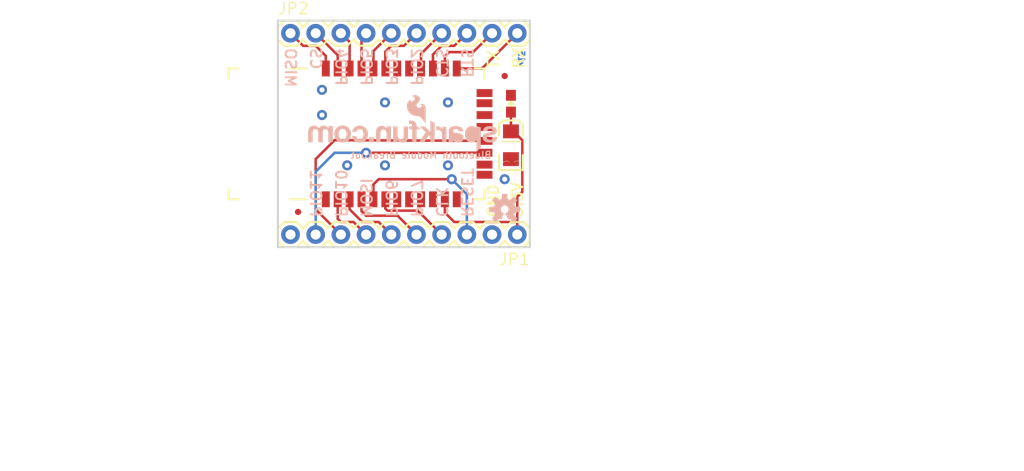
<source format=kicad_pcb>
(kicad_pcb (version 20211014) (generator pcbnew)
  (layers (0 "F.Cu" signal) (31 "B.Cu" signal) (34 "B.Paste" user) (35 "F.Paste" user) (36 "B.SilkS" user "B.Silkscreen") (37 "F.SilkS" user "F.Silkscreen") (38 "B.Mask" user) (39 "F.Mask" user) (44 "Edge.Cuts" user))
  (net 0 "")
  (net 1 "GND")
  (net 2 "RESET")
  (net 3 "UARTRX")
  (net 4 "UARTTX")
  (net 5 "UARTRTS")
  (net 6 "UARTCTS")
  (net 7 "SPICLK")
  (net 8 "SPICSB")
  (net 9 "SPIMISO")
  (net 10 "SPIMOSI")
  (net 11 "PIO2")
  (net 12 "PIO3")
  (net 13 "PIO4")
  (net 14 "PIO5")
  (net 15 "PIO6")
  (net 16 "PIO7")
  (net 17 "PIO10")
  (net 18 "PIO11")
  (net 19 "VCC")
  (footprint "boardEagle:MICRO-FIDUCIAL" (layer "F.Cu") (at 137.8331 112.8776)
    (fp_text reference "FID2" hide)
    (fp_text value "FIDUCIALUFIDUCIAL" hide)
    (pad "1" smd roundrect (at 0 0) (size 0.635 0.635) (layers "F.Cu" "F.Mask") (roundrect_rratio 0.5))
  )
  (footprint "boardEagle:EIA3216" (layer "F.Cu") (at 159.2961 106.1466 90)
    (fp_text reference "C2" (at -2.27 1.27) (layer "F.SilkS") (effects (font (size 1.240089 1.240089) (thickness 0.029911)) (justify right)))
    (fp_text value "10uF")
    (fp_line (start 2.5 -0.8) (end 2.1 -1.2) (layer "F.SilkS") (width 0.2032))
    (fp_line (start 2.1 -1.2) (end 1 -1.2) (layer "F.SilkS") (width 0.2032))
    (fp_line (start 0.381 -1.016) (end 0.381 1.016) (layer "F.SilkS") (width 0.127))
    (fp_line (start 1 1.2) (end 2.1 1.2) (layer "F.SilkS") (width 0.2032))
    (fp_line (start 2.5 0.8) (end 2.5 -0.8) (layer "F.SilkS") (width 0.2032))
    (fp_line (start -2.5 1.2) (end -2.5 -1.2) (layer "F.SilkS") (width 0.2032))
    (fp_line (start 2.1 1.2) (end 2.5 0.8) (layer "F.SilkS") (width 0.2032))
    (fp_line (start -2.5 -1.2) (end -1 -1.2) (layer "F.SilkS") (width 0.2032))
    (fp_line (start -1 1.2) (end -2.5 1.2) (layer "F.SilkS") (width 0.2032))
    (pad "A" smd rect (at 1.4 0 180) (size 1.6 1.4) (layers "F.Cu" "F.Paste" "F.Mask") (net 19 "VCC"))
    (pad "C" smd rect (at -1.4 0 180) (size 1.6 1.4) (layers "F.Cu" "F.Paste" "F.Mask") (net 1 "GND"))
  )
  (footprint "boardEagle:CREATIVE_COMMONS" (layer "F.Cu") (at 128.107844 138.0236)
    (fp_text reference "FRAME1" hide)
    (fp_text value "FRAME-LETTER" hide)
  )
  (footprint "boardEagle:MICRO-FIDUCIAL" (layer "F.Cu") (at 158.6611 99.1616)
    (fp_text reference "FID1" hide)
    (fp_text value "FIDUCIALUFIDUCIAL" hide)
    (pad "1" smd roundrect (at 0 0) (size 0.635 0.635) (layers "F.Cu" "F.Mask") (roundrect_rratio 0.5))
  )
  (footprint "boardEagle:RN41" (layer "F.Cu") (at 147.2311 105.0036)
    (fp_text reference "U1" hide)
    (fp_text value "BLUETOOTH-RN41\"" hide)
    (fp_line (start -16.4 -6.6) (end -15.4 -6.6) (layer "F.SilkS") (width 0.2032))
    (fp_line (start -8.5 6.6) (end -10.2 6.6) (layer "F.SilkS") (width 0.2032))
    (fp_line (start 9.4 6.6) (end 9.4 5.6) (layer "F.SilkS") (width 0.2032))
    (fp_line (start -16.4 6.6) (end -15.4 6.6) (layer "F.SilkS") (width 0.2032))
    (fp_line (start 9.4 -6.6) (end 8.4 -6.6) (layer "F.SilkS") (width 0.2032))
    (fp_line (start -16.4 6.6) (end -16.4 5.6) (layer "F.SilkS") (width 0.2032))
    (fp_line (start -8.5 -6.6) (end -10.2 -6.6) (layer "F.SilkS") (width 0.2032))
    (fp_line (start 9.4 6.6) (end 8.4 6.6) (layer "F.SilkS") (width 0.2032))
    (fp_line (start -16.4 -6.6) (end -16.4 -5.6) (layer "F.SilkS") (width 0.2032))
    (fp_line (start 9.4 -6.6) (end 9.4 -5.6) (layer "F.SilkS") (width 0.2032))
    (pad "1" smd rect (at -6.6 6.6 180) (size 0.8 1.6) (layers "F.Cu" "F.Paste" "F.Mask") (net 1 "GND"))
    (pad "2" smd rect (at -5.4 6.6 180) (size 0.8 1.6) (layers "F.Cu" "F.Paste" "F.Mask") (net 10 "SPIMOSI"))
    (pad "3" smd rect (at -4.2 6.6 180) (size 0.8 1.6) (layers "F.Cu" "F.Paste" "F.Mask") (net 15 "PIO6"))
    (pad "4" smd rect (at -3 6.6 180) (size 0.8 1.6) (layers "F.Cu" "F.Paste" "F.Mask") (net 16 "PIO7"))
    (pad "5" smd rect (at -1.8 6.6 180) (size 0.8 1.6) (layers "F.Cu" "F.Paste" "F.Mask") (net 2 "RESET"))
    (pad "6" smd rect (at -0.6 6.6 180) (size 0.8 1.6) (layers "F.Cu" "F.Paste" "F.Mask") (net 7 "SPICLK"))
    (pad "7" smd rect (at 0.6 6.6 180) (size 0.8 1.6) (layers "F.Cu" "F.Paste" "F.Mask"))
    (pad "8" smd rect (at 1.8 6.6 180) (size 0.8 1.6) (layers "F.Cu" "F.Paste" "F.Mask"))
    (pad "9" smd rect (at 3 6.6 180) (size 0.8 1.6) (layers "F.Cu" "F.Paste" "F.Mask"))
    (pad "10" smd rect (at 4.2 6.6 180) (size 0.8 1.6) (layers "F.Cu" "F.Paste" "F.Mask"))
    (pad "11" smd rect (at 5.4 6.6 180) (size 0.8 1.6) (layers "F.Cu" "F.Paste" "F.Mask") (net 19 "VCC"))
    (pad "12" smd rect (at 6.6 6.6 180) (size 0.8 1.6) (layers "F.Cu" "F.Paste" "F.Mask") (net 1 "GND"))
    (pad "13" smd rect (at 6.6 -6.6) (size 0.8 1.6) (layers "F.Cu" "F.Paste" "F.Mask") (net 3 "UARTRX"))
    (pad "14" smd rect (at 5.4 -6.6) (size 0.8 1.6) (layers "F.Cu" "F.Paste" "F.Mask") (net 4 "UARTTX"))
    (pad "15" smd rect (at 4.2 -6.6) (size 0.8 1.6) (layers "F.Cu" "F.Paste" "F.Mask") (net 5 "UARTRTS"))
    (pad "16" smd rect (at 3 -6.6) (size 0.8 1.6) (layers "F.Cu" "F.Paste" "F.Mask") (net 6 "UARTCTS"))
    (pad "17" smd rect (at 1.8 -6.6) (size 0.8 1.6) (layers "F.Cu" "F.Paste" "F.Mask"))
    (pad "18" smd rect (at 0.6 -6.6) (size 0.8 1.6) (layers "F.Cu" "F.Paste" "F.Mask"))
    (pad "19" smd rect (at -0.6 -6.6) (size 0.8 1.6) (layers "F.Cu" "F.Paste" "F.Mask") (net 11 "PIO2"))
    (pad "20" smd rect (at -1.8 -6.6) (size 0.8 1.6) (layers "F.Cu" "F.Paste" "F.Mask") (net 12 "PIO3"))
    (pad "21" smd rect (at -3 -6.6) (size 0.8 1.6) (layers "F.Cu" "F.Paste" "F.Mask") (net 14 "PIO5"))
    (pad "22" smd rect (at -4.2 -6.6) (size 0.8 1.6) (layers "F.Cu" "F.Paste" "F.Mask") (net 13 "PIO4"))
    (pad "23" smd rect (at -5.4 -6.6) (size 0.8 1.6) (layers "F.Cu" "F.Paste" "F.Mask") (net 8 "SPICSB"))
    (pad "24" smd rect (at -6.6 -6.6) (size 0.8 1.6) (layers "F.Cu" "F.Paste" "F.Mask") (net 9 "SPIMISO"))
    (pad "28" smd rect (at 9.4 -3.1 90) (size 0.8 1.6) (layers "F.Cu" "F.Paste" "F.Mask") (net 1 "GND"))
    (pad "29" smd rect (at 9.4 3.1 90) (size 0.8 1.6) (layers "F.Cu" "F.Paste" "F.Mask") (net 1 "GND"))
    (pad "30" smd rect (at 9.4 -4.1222 90) (size 0.8 1.6) (layers "F.Cu" "F.Paste" "F.Mask"))
    (pad "31" smd rect (at 9.4 -1.9 90) (size 0.8 1.6) (layers "F.Cu" "F.Paste" "F.Mask"))
    (pad "32" smd rect (at 9.4 -0.7 90) (size 0.8 1.6) (layers "F.Cu" "F.Paste" "F.Mask"))
    (pad "33" smd rect (at 9.4 0.7 90) (size 0.8 1.6) (layers "F.Cu" "F.Paste" "F.Mask") (net 17 "PIO10"))
    (pad "34" smd rect (at 9.4 1.9 90) (size 0.8 1.6) (layers "F.Cu" "F.Paste" "F.Mask") (net 18 "PIO11"))
    (pad "35" smd rect (at 9.4 4.1222 90) (size 0.8 1.6) (layers "F.Cu" "F.Paste" "F.Mask"))
  )
  (footprint "boardEagle:0603-CAP" (layer "F.Cu") (at 159.2961 101.9556 90)
    (fp_text reference "C1" (at -0.889 -0.762 90) (layer "F.SilkS") (effects (font (size 0.373888 0.373888) (thickness 0.032512)) (justify left bottom)))
    (fp_text value "0.1uF")
    (fp_line (start 0 -0.0305) (end 0 0.0305) (layer "F.SilkS") (width 0.5588))
    (pad "1" smd rect (at -0.85 0 90) (size 1.1 1) (layers "F.Cu" "F.Paste" "F.Mask") (net 19 "VCC"))
    (pad "2" smd rect (at 0.85 0 90) (size 1.1 1) (layers "F.Cu" "F.Paste" "F.Mask") (net 1 "GND"))
  )
  (footprint "boardEagle:1X10" (layer "F.Cu") (at 159.9311 115.1636 180)
    (fp_text reference "JP1" (at -1.3462 -1.8288 180) (layer "F.SilkS") (effects (font (size 1.143 1.143) (thickness 0.127)) (justify right top)))
    (fp_text value "")
    (fp_line (start 9.525 -1.27) (end 10.795 -1.27) (layer "F.SilkS") (width 0.2032))
    (fp_line (start -0.635 -1.27) (end 0.635 -1.27) (layer "F.SilkS") (width 0.2032))
    (fp_line (start 1.905 1.27) (end 1.27 0.635) (layer "F.SilkS") (width 0.2032))
    (fp_line (start 19.685 -1.27) (end 20.955 -1.27) (layer "F.SilkS") (width 0.2032))
    (fp_line (start 11.43 -0.635) (end 12.065 -1.27) (layer "F.SilkS") (width 0.2032))
    (fp_line (start 12.065 1.27) (end 11.43 0.635) (layer "F.SilkS") (width 0.2032))
    (fp_line (start 12.065 -1.27) (end 13.335 -1.27) (layer "F.SilkS") (width 0.2032))
    (fp_line (start 11.43 0.635) (end 10.795 1.27) (layer "F.SilkS") (width 0.2032))
    (fp_line (start 21.59 0.635) (end 20.955 1.27) (layer "F.SilkS") (width 0.2032))
    (fp_line (start 8.255 1.27) (end 6.985 1.27) (layer "F.SilkS") (width 0.2032))
    (fp_line (start -0.635 -1.27) (end -1.27 -0.635) (layer "F.SilkS") (width 0.2032))
    (fp_line (start 0.635 1.27) (end -0.635 1.27) (layer "F.SilkS") (width 0.2032))
    (fp_line (start 22.225 -1.27) (end 23.495 -1.27) (layer "F.SilkS") (width 0.2032))
    (fp_line (start 24.13 -0.635) (end 24.13 0.635) (layer "F.SilkS") (width 0.2032))
    (fp_line (start 1.27 -0.635) (end 1.905 -1.27) (layer "F.SilkS") (width 0.2032))
    (fp_line (start 3.175 -1.27) (end 3.81 -0.635) (layer "F.SilkS") (width 0.2032))
    (fp_line (start 4.445 -1.27) (end 5.715 -1.27) (layer "F.SilkS") (width 0.2032))
    (fp_line (start 9.525 1.27) (end 8.89 0.635) (layer "F.SilkS") (width 0.2032))
    (fp_line (start 13.97 0.635) (end 14.605 1.27) (layer "F.SilkS") (width 0.2032))
    (fp_line (start 18.415 -1.27) (end 19.05 -0.635) (layer "F.SilkS") (width 0.2032))
    (fp_line (start 8.255 -1.27) (end 8.89 -0.635) (layer "F.SilkS") (width 0.2032))
    (fp_line (start 13.97 0.635) (end 13.335 1.27) (layer "F.SilkS") (width 0.2032))
    (fp_line (start 10.795 1.27) (end 9.525 1.27) (layer "F.SilkS") (width 0.2032))
    (fp_line (start 5.715 -1.27) (end 6.35 -0.635) (layer "F.SilkS") (width 0.2032))
    (fp_line (start 13.335 1.27) (end 12.065 1.27) (layer "F.SilkS") (width 0.2032))
    (fp_line (start 0.635 -1.27) (end 1.27 -0.635) (layer "F.SilkS") (width 0.2032))
    (fp_line (start 10.795 -1.27) (end 11.43 -0.635) (layer "F.SilkS") (width 0.2032))
    (fp_line (start 16.51 0.635) (end 17.145 1.27) (layer "F.SilkS") (width 0.2032))
    (fp_line (start 3.81 -0.635) (end 4.445 -1.27) (layer "F.SilkS") (width 0.2032))
    (fp_line (start 23.495 1.27) (end 22.225 1.27) (layer "F.SilkS") (width 0.2032))
    (fp_line (start 14.605 -1.27) (end 13.97 -0.635) (layer "F.SilkS") (width 0.2032))
    (fp_line (start 3.81 0.635) (end 3.175 1.27) (layer "F.SilkS") (width 0.2032))
    (fp_line (start 21.59 0.635) (end 22.225 1.27) (layer "F.SilkS") (width 0.2032))
    (fp_line (start 19.05 0.635) (end 19.685 1.27) (layer "F.SilkS") (width 0.2032))
    (fp_line (start 20.955 -1.27) (end 21.59 -0.635) (layer "F.SilkS") (width 0.2032))
    (fp_line (start 23.495 -1.27) (end 24.13 -0.635) (layer "F.SilkS") (width 0.2032))
    (fp_line (start 1.27 0.635) (end 0.635 1.27) (layer "F.SilkS") (width 0.2032))
    (fp_line (start 4.445 1.27) (end 3.81 0.635) (layer "F.SilkS") (width 0.2032))
    (fp_line (start 6.35 0.635) (end 5.715 1.27) (layer "F.SilkS") (width 0.2032))
    (fp_line (start 6.985 -1.27) (end 6.35 -0.635) (layer "F.SilkS") (width 0.2032))
    (fp_line (start 13.335 -1.27) (end 13.97 -0.635) (layer "F.SilkS") (width 0.2032))
    (fp_line (start 15.875 1.27) (end 14.605 1.27) (layer "F.SilkS") (width 0.2032))
    (fp_line (start 18.415 1.27) (end 17.145 1.27) (layer "F.SilkS") (width 0.2032))
    (fp_line (start 15.875 -1.27) (end 16.51 -0.635) (layer "F.SilkS") (width 0.2032))
    (fp_line (start 17.145 -1.27) (end 18.415 -1.27) (layer "F.SilkS") (width 0.2032))
    (fp_line (start 19.685 -1.27) (end 19.05 -0.635) (layer "F.SilkS") (width 0.2032))
    (fp_line (start 14.605 -1.27) (end 15.875 -1.27) (layer "F.SilkS") (width 0.2032))
    (fp_line (start 3.175 1.27) (end 1.905 1.27) (layer "F.SilkS") (width 0.2032))
    (fp_line (start 22.225 -1.27) (end 21.59 -0.635) (layer "F.SilkS") (width 0.2032))
    (fp_line (start 1.905 -1.27) (end 3.175 -1.27) (layer "F.SilkS") (width 0.2032))
    (fp_line (start -1.27 0.635) (end -0.635 1.27) (layer "F.SilkS") (width 0.2032))
    (fp_line (start 16.51 0.635) (end 15.875 1.27) (layer "F.SilkS") (width 0.2032))
    (fp_line (start 20.955 1.27) (end 19.685 1.27) (layer "F.SilkS") (width 0.2032))
    (fp_line (start 6.985 -1.27) (end 8.255 -1.27) (layer "F.SilkS") (width 0.2032))
    (fp_line (start 6.35 0.635) (end 6.985 1.27) (layer "F.SilkS") (width 0.2032))
    (fp_line (start 19.05 0.635) (end 18.415 1.27) (layer "F.SilkS") (width 0.2032))
    (fp_line (start 24.13 0.635) (end 23.495 1.27) (layer "F.SilkS") (width 0.2032))
    (fp_line (start 8.89 0.635) (end 8.255 1.27) (layer "F.SilkS") (width 0.2032))
    (fp_line (start -1.27 -0.635) (end -1.27 0.635) (layer "F.SilkS") (width 0.2032))
    (fp_line (start 8.89 -0.635) (end 9.525 -1.27) (layer "F.SilkS") (width 0.2032))
    (fp_line (start 17.145 -1.27) (end 16.51 -0.635) (layer "F.SilkS") (width 0.2032))
    (fp_line (start 5.715 1.27) (end 4.445 1.27) (layer "F.SilkS") (width 0.2032))
    (pad "1" thru_hole circle (at 0 0 270) (size 1.8796 1.8796) (drill 1.016) (layers *.Cu *.Mask) (net 19 "VCC"))
    (pad "2" thru_hole circle (at 2.54 0 270) (size 1.8796 1.8796) (drill 1.016) (layers *.Cu *.Mask) (net 1 "GND"))
    (pad "3" thru_hole circle (at 5.08 0 270) (size 1.8796 1.8796) (drill 1.016) (layers *.Cu *.Mask) (net 2 "RESET"))
    (pad "4" thru_hole circle (at 7.62 0 270) (size 1.8796 1.8796) (drill 1.016) (layers *.Cu *.Mask) (net 7 "SPICLK"))
    (pad "5" thru_hole circle (at 10.16 0 270) (size 1.8796 1.8796) (drill 1.016) (layers *.Cu *.Mask) (net 16 "PIO7"))
    (pad "6" thru_hole circle (at 12.7 0 270) (size 1.8796 1.8796) (drill 1.016) (layers *.Cu *.Mask) (net 15 "PIO6"))
    (pad "7" thru_hole circle (at 15.24 0 270) (size 1.8796 1.8796) (drill 1.016) (layers *.Cu *.Mask) (net 10 "SPIMOSI"))
    (pad "8" thru_hole circle (at 17.78 0 270) (size 1.8796 1.8796) (drill 1.016) (layers *.Cu *.Mask) (net 17 "PIO10"))
    (pad "9" thru_hole circle (at 20.32 0 270) (size 1.8796 1.8796) (drill 1.016) (layers *.Cu *.Mask) (net 18 "PIO11"))
    (pad "10" thru_hole circle (at 22.86 0 270) (size 1.8796 1.8796) (drill 1.016) (layers *.Cu *.Mask))
  )
  (footprint "boardEagle:1X10" (layer "F.Cu") (at 137.0711 94.8436)
    (fp_text reference "JP2" (at -1.3462 -1.8288) (layer "F.SilkS") (effects (font (size 1.143 1.143) (thickness 0.127)) (justify left bottom)))
    (fp_text value "")
    (fp_line (start 17.145 -1.27) (end 16.51 -0.635) (layer "F.SilkS") (width 0.2032))
    (fp_line (start 24.13 0.635) (end 23.495 1.27) (layer "F.SilkS") (width 0.2032))
    (fp_line (start 13.335 1.27) (end 12.065 1.27) (layer "F.SilkS") (width 0.2032))
    (fp_line (start 5.715 -1.27) (end 6.35 -0.635) (layer "F.SilkS") (width 0.2032))
    (fp_line (start 8.255 1.27) (end 6.985 1.27) (layer "F.SilkS") (width 0.2032))
    (fp_line (start 4.445 -1.27) (end 5.715 -1.27) (layer "F.SilkS") (width 0.2032))
    (fp_line (start 19.685 -1.27) (end 20.955 -1.27) (layer "F.SilkS") (width 0.2032))
    (fp_line (start 18.415 -1.27) (end 19.05 -0.635) (layer "F.SilkS") (width 0.2032))
    (fp_line (start 19.05 0.635) (end 19.685 1.27) (layer "F.SilkS") (width 0.2032))
    (fp_line (start -1.27 0.635) (end -0.635 1.27) (layer "F.SilkS") (width 0.2032))
    (fp_line (start 11.43 0.635) (end 10.795 1.27) (layer "F.SilkS") (width 0.2032))
    (fp_line (start 0.635 1.27) (end -0.635 1.27) (layer "F.SilkS") (width 0.2032))
    (fp_line (start -0.635 -1.27) (end 0.635 -1.27) (layer "F.SilkS") (width 0.2032))
    (fp_line (start -0.635 -1.27) (end -1.27 -0.635) (layer "F.SilkS") (width 0.2032))
    (fp_line (start 11.43 -0.635) (end 12.065 -1.27) (layer "F.SilkS") (width 0.2032))
    (fp_line (start 1.27 0.635) (end 0.635 1.27) (layer "F.SilkS") (width 0.2032))
    (fp_line (start 9.525 -1.27) (end 10.795 -1.27) (layer "F.SilkS") (width 0.2032))
    (fp_line (start 12.065 1.27) (end 11.43 0.635) (layer "F.SilkS") (width 0.2032))
    (fp_line (start 6.985 -1.27) (end 6.35 -0.635) (layer "F.SilkS") (width 0.2032))
    (fp_line (start 14.605 -1.27) (end 13.97 -0.635) (layer "F.SilkS") (width 0.2032))
    (fp_line (start 6.35 0.635) (end 5.715 1.27) (layer "F.SilkS") (width 0.2032))
    (fp_line (start 19.685 -1.27) (end 19.05 -0.635) (layer "F.SilkS") (width 0.2032))
    (fp_line (start 18.415 1.27) (end 17.145 1.27) (layer "F.SilkS") (width 0.2032))
    (fp_line (start 23.495 -1.27) (end 24.13 -0.635) (layer "F.SilkS") (width 0.2032))
    (fp_line (start 24.13 -0.635) (end 24.13 0.635) (layer "F.SilkS") (width 0.2032))
    (fp_line (start 5.715 1.27) (end 4.445 1.27) (layer "F.SilkS") (width 0.2032))
    (fp_line (start 21.59 0.635) (end 20.955 1.27) (layer "F.SilkS") (width 0.2032))
    (fp_line (start 21.59 0.635) (end 22.225 1.27) (layer "F.SilkS") (width 0.2032))
    (fp_line (start 19.05 0.635) (end 18.415 1.27) (layer "F.SilkS") (width 0.2032))
    (fp_line (start 22.225 -1.27) (end 21.59 -0.635) (layer "F.SilkS") (width 0.2032))
    (fp_line (start 1.27 -0.635) (end 1.905 -1.27) (layer "F.SilkS") (width 0.2032))
    (fp_line (start 3.81 0.635) (end 3.175 1.27) (layer "F.SilkS") (width 0.2032))
    (fp_line (start 16.51 0.635) (end 17.145 1.27) (layer "F.SilkS") (width 0.2032))
    (fp_line (start 13.335 -1.27) (end 13.97 -0.635) (layer "F.SilkS") (width 0.2032))
    (fp_line (start 17.145 -1.27) (end 18.415 -1.27) (layer "F.SilkS") (width 0.2032))
    (fp_line (start 3.175 1.27) (end 1.905 1.27) (layer "F.SilkS") (width 0.2032))
    (fp_line (start 6.35 0.635) (end 6.985 1.27) (layer "F.SilkS") (width 0.2032))
    (fp_line (start 12.065 -1.27) (end 13.335 -1.27) (layer "F.SilkS") (width 0.2032))
    (fp_line (start 4.445 1.27) (end 3.81 0.635) (layer "F.SilkS") (width 0.2032))
    (fp_line (start 16.51 0.635) (end 15.875 1.27) (layer "F.SilkS") (width 0.2032))
    (fp_line (start 23.495 1.27) (end 22.225 1.27) (layer "F.SilkS") (width 0.2032))
    (fp_line (start 13.97 0.635) (end 14.605 1.27) (layer "F.SilkS") (width 0.2032))
    (fp_line (start 20.955 1.27) (end 19.685 1.27) (layer "F.SilkS") (width 0.2032))
    (fp_line (start 13.97 0.635) (end 13.335 1.27) (layer "F.SilkS") (width 0.2032))
    (fp_line (start 22.225 -1.27) (end 23.495 -1.27) (layer "F.SilkS") (width 0.2032))
    (fp_line (start 3.175 -1.27) (end 3.81 -0.635) (layer "F.SilkS") (width 0.2032))
    (fp_line (start 9.525 1.27) (end 8.89 0.635) (layer "F.SilkS") (width 0.2032))
    (fp_line (start 1.905 -1.27) (end 3.175 -1.27) (layer "F.SilkS") (width 0.2032))
    (fp_line (start 14.605 -1.27) (end 15.875 -1.27) (layer "F.SilkS") (width 0.2032))
    (fp_line (start 10.795 -1.27) (end 11.43 -0.635) (layer "F.SilkS") (width 0.2032))
    (fp_line (start 0.635 -1.27) (end 1.27 -0.635) (layer "F.SilkS") (width 0.2032))
    (fp_line (start 15.875 1.27) (end 14.605 1.27) (layer "F.SilkS") (width 0.2032))
    (fp_line (start 8.89 0.635) (end 8.255 1.27) (layer "F.SilkS") (width 0.2032))
    (fp_line (start 10.795 1.27) (end 9.525 1.27) (layer "F.SilkS") (width 0.2032))
    (fp_line (start 3.81 -0.635) (end 4.445 -1.27) (layer "F.SilkS") (width 0.2032))
    (fp_line (start 8.255 -1.27) (end 8.89 -0.635) (layer "F.SilkS") (width 0.2032))
    (fp_line (start 6.985 -1.27) (end 8.255 -1.27) (layer "F.SilkS") (width 0.2032))
    (fp_line (start -1.27 -0.635) (end -1.27 0.635) (layer "F.SilkS") (width 0.2032))
    (fp_line (start 8.89 -0.635) (end 9.525 -1.27) (layer "F.SilkS") (width 0.2032))
    (fp_line (start 15.875 -1.27) (end 16.51 -0.635) (layer "F.SilkS") (width 0.2032))
    (fp_line (start 1.905 1.27) (end 1.27 0.635) (layer "F.SilkS") (width 0.2032))
    (fp_line (start 20.955 -1.27) (end 21.59 -0.635) (layer "F.SilkS") (width 0.2032))
    (pad "1" thru_hole circle (at 0 0 90) (size 1.8796 1.8796) (drill 1.016) (layers *.Cu *.Mask) (net 9 "SPIMISO"))
    (pad "2" thru_hole circle (at 2.54 0 90) (size 1.8796 1.8796) (drill 1.016) (layers *.Cu *.Mask) (net 8 "SPICSB"))
    (pad "3" thru_hole circle (at 5.08 0 90) (size 1.8796 1.8796) (drill 1.016) (layers *.Cu *.Mask) (net 13 "PIO4"))
    (pad "4" thru_hole circle (at 7.62 0 90) (size 1.8796 1.8796) (drill 1.016) (layers *.Cu *.Mask) (net 14 "PIO5"))
    (pad "5" thru_hole circle (at 10.16 0 90) (size 1.8796 1.8796) (drill 1.016) (layers *.Cu *.Mask) (net 12 "PIO3"))
    (pad "6" thru_hole circle (at 12.7 0 90) (size 1.8796 1.8796) (drill 1.016) (layers *.Cu *.Mask) (net 11 "PIO2"))
    (pad "7" thru_hole circle (at 15.24 0 90) (size 1.8796 1.8796) (drill 1.016) (layers *.Cu *.Mask) (net 6 "UARTCTS"))
    (pad "8" thru_hole circle (at 17.78 0 90) (size 1.8796 1.8796) (drill 1.016) (layers *.Cu *.Mask) (net 5 "UARTRTS"))
    (pad "9" thru_hole circle (at 20.32 0 90) (size 1.8796 1.8796) (drill 1.016) (layers *.Cu *.Mask) (net 4 "UARTTX"))
    (pad "10" thru_hole circle (at 22.86 0 90) (size 1.8796 1.8796) (drill 1.016) (layers *.Cu *.Mask) (net 3 "UARTRX"))
  )
  (footprint "boardEagle:SFE-NEW-WEBLOGO" (layer "B.Cu") (at 157.8991 106.7816 180)
    (fp_text reference "U$1" hide)
    (fp_text value "LOGO-SFENEW" hide)
    (fp_line (start 15.5702 2.6137) (end 15.5854 2.6137) (layer "B.SilkS") (width 0.0254))
    (fp_line (start 15.5499 2.6137) (end 15.5499 2.2911) (layer "B.SilkS") (width 0.0254))
    (fp_line (start 11.1201 2.5171) (end 11.1201 2.2962) (layer "B.SilkS") (width 0.0254))
    (fp_line (start 11.7729 0.955) (end 11.7729 1.9202) (layer "B.SilkS") (width 0.0254))
    (fp_line (start 15.5499 2.2911) (end 15.527 2.2911) (layer "B.SilkS") (width 0.0254))
    (fp_line (start 11.1379 1.8136) (end 11.1379 0.9449) (layer "B.SilkS") (width 0.0254))
    (fp_line (start 15.5702 2.2962) (end 15.5702 2.6137) (layer "B.SilkS") (width 0.0254))
    (fp_line (start 11.1379 0.9449) (end 10.7163 0.9449) (layer "B.SilkS") (width 0.0254))
    (fp_line (start 12.1818 2.0091) (end 12.1818 0.955) (layer "B.SilkS") (width 0.0254))
    (fp_line (start 11.1201 2.2962) (end 11.1277 2.2962) (layer "B.SilkS") (width 0.0254))
    (fp_line (start 10.7163 0.9449) (end 10.7163 2.5171) (layer "B.SilkS") (width 0.0254))
    (fp_line (start 10.7163 2.5171) (end 11.1201 2.5171) (layer "B.SilkS") (width 0.0254))
    (fp_line (start 12.1818 0.955) (end 11.7729 0.955) (layer "B.SilkS") (width 0.0254))
    (fp_arc (start 14.7549 1.9507) (mid 14.737287 1.759061) (end 14.7523 1.5672) (layer "B.SilkS") (width 0.0254))
    (fp_arc (start 11.5976 2.2276) (mid 11.565101 2.235925) (end 11.5316 2.2377) (layer "B.SilkS") (width 0.0254))
    (fp_arc (start 15.8318 2.2047) (mid 15.783745 2.244042) (end 15.7277 2.2708) (layer "B.SilkS") (width 0.0254))
    (fp_arc (start 15.527 2.2911) (mid 15.388433 2.258974) (end 15.278099 2.1692) (layer "B.SilkS") (width 0.0254))
    (fp_arc (start 15.7277 2.2708) (mid 15.650001 2.290018) (end 15.5702 2.2962) (layer "B.SilkS") (width 0.0254))
    (fp_arc (start 15.1689 1.8847) (mid 15.165026 1.761448) (end 15.1714 1.6383) (layer "B.SilkS") (width 0.0254))
    (fp_arc (start 11.1277 2.2962) (mid 11.137379 2.298176) (end 11.1455 2.3038) (layer "B.SilkS") (width 0.0254))
    (fp_arc (start 11.2725 2.446) (mid 11.226399 2.404414) (end 11.1862 2.3571) (layer "B.SilkS") (width 0.0254))
    (fp_arc (start 12.0345 2.425699) (mid 11.911985 2.51116) (end 11.7678 2.5502) (layer "B.SilkS") (width 0.0254))
    (fp_arc (start 15.809 2.5857) (mid 15.698073 2.606673) (end 15.5854 2.6137) (layer "B.SilkS") (width 0.0254))
    (fp_arc (start 15.908 1.4097) (mid 15.966057 1.559906) (end 15.9868 1.7196) (layer "B.SilkS") (width 0.0254))
    (fp_arc (start 11.2598 2.1692) (mid 11.206137 2.110016) (end 11.1684 2.0396) (layer "B.SilkS") (width 0.0254))
    (fp_arc (start 16.4033 1.808499) (mid 16.333054 2.143404) (end 16.129 2.4181) (layer "B.SilkS") (width 0.0254))
    (fp_arc (start 15.128201 2.4892) (mid 14.882786 2.260687) (end 14.7549 1.9507) (layer "B.SilkS") (width 0.0254))
    (fp_arc (start 15.9029 0.9754) (mid 16.153433 1.12491) (end 16.317 1.3665) (layer "B.SilkS") (width 0.0254))
    (fp_arc (start 14.8615 1.27) (mid 14.919858 1.189481) (end 14.9911 1.1201) (layer "B.SilkS") (width 0.0254))
    (fp_arc (start 11.1455 2.3038) (mid 11.152103 2.311188) (end 11.1582 2.319) (layer "B.SilkS") (width 0.0254))
    (fp_arc (start 11.5672 2.5552) (mid 11.411238 2.523841) (end 11.2725 2.446) (layer "B.SilkS") (width 0.0254))
    (fp_arc (start 11.4198 2.2327) (mid 11.475702 2.235165) (end 11.5316 2.2377) (layer "B.SilkS") (width 0.0254))
    (fp_arc (start 15.9588 1.971) (mid 15.910982 2.096372) (end 15.8318 2.2047) (layer "B.SilkS") (width 0.0254))
    (fp_arc (start 15.7632 1.2725) (mid 15.846801 1.329279) (end 15.908 1.4097) (layer "B.SilkS") (width 0.0254))
    (fp_arc (start 11.1684 2.0396) (mid 11.146105 1.962214) (end 11.1379 1.8821) (layer "B.SilkS") (width 0.0254))
    (fp_arc (start 15.5499 2.6137) (mid 15.331296 2.577713) (end 15.1282 2.4892) (layer "B.SilkS") (width 0.0254))
    (fp_arc (start 15.24 1.4097) (mid 15.31871 1.3127) (end 15.428 1.2522) (layer "B.SilkS") (width 0.0254))
    (fp_arc (start 14.9911 1.1201) (mid 15.249615 0.972855) (end 15.5423 0.9195) (layer "B.SilkS") (width 0.0254))
    (fp_arc (start 12.1818 2.0091) (mid 12.172765 2.122002) (end 12.1488 2.2327) (layer "B.SilkS") (width 0.0254))
    (fp_arc (start 11.7729 1.9202) (mid 11.758038 2.02962) (end 11.7145 2.1311) (layer "B.SilkS") (width 0.0254))
    (fp_arc (start 12.1488 2.232699) (mid 12.104013 2.336521) (end 12.0345 2.4257) (layer "B.SilkS") (width 0.0254))
    (fp_arc (start 11.1862 2.3571) (mid 11.172158 2.338081) (end 11.1582 2.319) (layer "B.SilkS") (width 0.0254))
    (fp_arc (start 16.317 1.3665) (mid 16.380488 1.583529) (end 16.4033 1.8085) (layer "B.SilkS") (width 0.0254))
    (fp_arc (start 15.5423 0.9195) (mid 15.724919 0.932492) (end 15.9029 0.9754) (layer "B.SilkS") (width 0.0254))
    (fp_arc (start 14.7523 1.5672) (mid 14.792796 1.413418) (end 14.8615 1.27) (layer "B.SilkS") (width 0.0254))
    (fp_arc (start 11.7678 2.5502) (mid 11.667584 2.556058) (end 11.5672 2.5552) (layer "B.SilkS") (width 0.0254))
    (fp_arc (start 11.4198 2.2327) (mid 11.334441 2.214452) (end 11.259799 2.1692) (layer "B.SilkS") (width 0.0254))
    (fp_arc (start 11.1379 1.8821) (mid 11.137681 1.84785) (end 11.1379 1.8136) (layer "B.SilkS") (width 0.0254))
    (fp_arc (start 16.129 2.4181) (mid 15.978822 2.520652) (end 15.809 2.5857) (layer "B.SilkS") (width 0.0254))
    (fp_arc (start 15.1714 1.6383) (mid 15.194331 1.520588) (end 15.24 1.4097) (layer "B.SilkS") (width 0.0254))
    (fp_arc (start 15.9868 1.7196) (mid 15.980368 1.846143) (end 15.9588 1.971) (layer "B.SilkS") (width 0.0254))
    (fp_arc (start 15.2781 2.1692) (mid 15.20247 2.035022) (end 15.168899 1.8847) (layer "B.SilkS") (width 0.0254))
    (fp_arc (start 15.428 1.2522) (mid 15.597525 1.230563) (end 15.7632 1.2725) (layer "B.SilkS") (width 0.0254))
    (fp_arc (start 11.7145 2.1311) (mid 11.664346 2.1894) (end 11.5976 2.2276) (layer "B.SilkS") (width 0.0254))
    (fp_poly (pts (xy 12.4257 0.9449) (xy 12.921 0.9449) (xy 12.921 1.43) (xy 12.4257 1.43)) (layer "B.SilkS") (width 0) (fill solid))
    (fp_poly (pts (xy 8.337002 5.691103) (xy 8.426449 5.668729) (xy 8.439477 5.663683) (xy 8.451149 5.657775) (xy 8.46786 5.649476) (xy 8.486552 5.642734) (xy 8.582694 5.5855) (xy 8.5903 5.5855) (xy 8.5903 5.5601) (xy 8.517833 5.5601) (xy 8.419418 5.540814) (xy 8.285855 5.378186) (xy 8.290365 5.319725) (xy 8.33909 5.224769) (xy 8.415666 5.148096) (xy 8.505069 5.083538) (xy 8.580348 5.051724) (xy 8.661737 5.054532) (xy 8.669864 5.057086) (xy 8.677257 5.060289) (xy 8.741514 5.119856) (xy 8.7478 5.142712) (xy 8.7478 5.260838) (xy 8.974707 5.031027) (xy 9.079186 4.739741) (xy 9.082603 4.739794) (xy 9.08906 4.533335) (xy 9.059857 4.34032) (xy 8.996308 4.155742) (xy 8.8773 3.944478) (xy 8.8773 3.963481) (xy 8.589131 3.69191) (xy 8.193239 3.5814) (xy 7.964005 3.5814) (xy 7.927201 3.574946) (xy 7.892776 3.562492) (xy 7.707322 3.424684) (xy 7.1984 2.85199) (xy 7.1984 4.40367) (xy 7.271004 4.644867) (xy 7.379295 4.748389) (xy 7.518122 4.800422) (xy 7.6149 4.807989) (xy 7.710384 4.800523) (xy 7.77091 4.790999) (xy 7.768788 4.767333) (xy 7.733216 4.768142) (xy 7.712784 4.759041) (xy 7.631519 4.700054) (xy 7.611722 4.67357) (xy 7.601395 4.6114) (xy 7.611905 4.548129) (xy 7.632405 4.508074) (xy 7.663343 4.475585) (xy 7.757535 4.42645) (xy 7.863229 4.414642) (xy 7.953768 4.432984) (xy 8.03522 4.472556) (xy 8.13303 4.637559) (xy 8.118706 4.731744) (xy 8.061914 4.813301) (xy 7.795707 5.146137) (xy 7.772667 5.393755) (xy 7.838495 5.504456) (xy 7.840042 5.506003) (xy 7.989901 5.63002) (xy 8.243676 5.699964)) (layer "B.SilkS") (width 0) (fill solid))
    (fp_poly (pts (xy 11.770768 2.56283) (xy 12.043428 2.435548) (xy 12.160999 2.237024) (xy 12.1945 2.010032) (xy 12.1945 0.9423) (xy 11.7602 0.9423) (xy 11.7602 1.918474) (xy 11.70302 2.124971) (xy 11.656141 2.179464) (xy 11.593345 2.215403) (xy 11.53092 2.224956) (xy 11.476269 2.222478) (xy 11.422495 2.220106) (xy 11.268 2.158791) (xy 11.18035 2.034508) (xy 11.1506 1.880883) (xy 11.1506 0.9322) (xy 10.7036 0.9322) (xy 10.7036 2.5298) (xy 11.1328 2.5298) (xy 11.1328 2.310454) (xy 11.136857 2.313263) (xy 11.148195 2.326834) (xy 11.161924 2.345602) (xy 11.176241 2.364992) (xy 11.217267 2.413279) (xy 11.265048 2.456381) (xy 11.406772 2.535896) (xy 11.566093 2.567932)) (layer "B.SilkS") (width 0) (fill solid))
    (fp_poly (pts (xy 14.181776 2.563159) (xy 14.181555 2.560669) (xy 14.327447 2.496725) (xy 14.547848 2.246517) (xy 14.619242 1.9914) (xy 14.1707 1.9914) (xy 14.1707 2.005388) (xy 14.15242 2.10038) (xy 14.100807 2.180729) (xy 14.023181 2.236025) (xy 13.860405 2.2706) (xy 13.694207 2.245798) (xy 13.653262 2.227396) (xy 13.618712 2.198612) (xy 13.531409 2.074936) (xy 13.459735 1.779947) (xy 13.507258 1.471936) (xy 13.55233 1.379537) (xy 13.718934 1.256376) (xy 13.795519 1.238584) (xy 13.875272 1.234455) (xy 13.963395 1.249226) (xy 14.044683 1.286045) (xy 14.088707 1.320383) (xy 14.123821 1.362695) (xy 14.191983 1.5646) (xy 14.6202 1.5646) (xy 14.6202 1.546046) (xy 14.607183 1.4497) (xy 14.551954 1.307962) (xy 14.468685 1.180108) (xy 14.234909 0.989147) (xy 13.88734 0.904104) (xy 13.726062 0.914148) (xy 13.567886 0.942693) (xy 13.423659 0.994928) (xy 13.188191 1.185237) (xy 13.098694 1.32648) (xy 13.017451 1.644495) (xy 13.0251 1.894992) (xy 13.0251 1.896181) (xy 13.064859 2.076939) (xy 13.14486 2.243932) (xy 13.26133 2.388842) (xy 13.574558 2.580191) (xy 13.883988 2.616332)) (layer "B.SilkS") (width 0) (fill solid))
    (fp_poly (pts (xy 0.803285 2.567895) (xy 0.944243 2.553799) (xy 1.081508 2.516334) (xy 1.193542 2.461399) (xy 1.291841 2.383865) (xy 1.357039 2.297824) (xy 1.377068 2.257603) (xy 1.393653 2.216867) (xy 1.417283 2.151914) (xy 1.353784 2.105111) (xy 1.152335 2.254241) (xy 0.736496 2.387002) (xy 0.372563 2.277101) (xy 0.417885 2.019712) (xy 1.241556 1.540676) (xy 1.263422 1.497067) (xy 1.147655 1.152457) (xy 0.724605 1.058492) (xy -0.038666 1.4605) (xy 0.4115 1.4605) (xy 0.4115 1.443466) (xy 0.420402 1.369907) (xy 0.454647 1.305856) (xy 0.524204 1.243359) (xy 0.610838 1.206018) (xy 0.637726 1.200933) (xy 0.665996 1.198897) (xy 0.7328 1.198389) (xy 0.79791 1.198884) (xy 0.968129 1.258019) (xy 1.007666 1.302193) (xy 1.028603 1.358428) (xy 1.025789 1.425439) (xy 0.995864 1.485288) (xy 0.943734 1.527918) (xy 0.715431 1.605731) (xy 0.533161 1.644154) (xy 0.351479 1.692254) (xy 0.230117 1.743632) (xy 0.122357 1.822697) (xy 0.0457 1.960096) (xy 0.0457 1.963141) (xy 0.038572 2.135467) (xy 0.0838 2.300409) (xy 0.0838 2.303445) (xy 0.206233 2.444416) (xy 0.620397 2.567885) (xy 0.71245 2.568634)) (layer "B.SilkS") (width 0) (fill solid))
    (fp_poly (pts (xy 4.444983 2.544915) (xy 4.588724 2.501712) (xy 4.72259 2.430523) (xy 4.844814 2.271666) (xy 4.859671 2.1819) (xy 4.8616 2.1819) (xy 4.8616 1.6891) (xy 4.864173 1.6891) (xy 4.861603 1.242544) (xy 4.871819 1.108765) (xy 4.906709 0.979276) (xy 4.920484 0.9423) (xy 4.495275 0.9423) (xy 4.477494 0.951279) (xy 4.472002 0.970735) (xy 4.468249 0.985133) (xy 4.446292 1.084946) (xy 4.440321 1.089528) (xy 4.438946 1.088886) (xy 4.309064 0.98859) (xy 4.153188 0.927249) (xy 3.824183 0.906712) (xy 3.683825 0.938256) (xy 3.554173 1.000134) (xy 3.486826 1.05665) (xy 3.437273 1.130532) (xy 3.3807 1.444163) (xy 3.3807 1.446675) (xy 3.401941 1.543624) (xy 3.446308 1.632822) (xy 3.527788 1.722902) (xy 3.632416 1.784766) (xy 3.937258 1.861632) (xy 4.048648 1.873601) (xy 4.159032 1.884616) (xy 4.224808 1.893434) (xy 4.289167 1.907055) (xy 4.336271 1.923637) (xy 4.379043 1.948303) (xy 4.407461 1.974391) (xy 4.413402 1.982997) (xy 4.4171 1.991455) (xy 4.4171 2.14983) (xy 4.358226 2.232254) (xy 4.254396 2.270917) (xy 4.188033 2.274326) (xy 4.120968 2.275774) (xy 4.006679 2.25395) (xy 3.883049 2.131716) (xy 3.8659 2.045941) (xy 3.8659 2.0295) (xy 3.429 2.0295) (xy 3.429 2.040006) (xy 3.418965 2.041638) (xy 3.439259 2.166448) (xy 3.491292 2.283494) (xy 3.571378 2.383462) (xy 3.674008 2.459597) (xy 3.791998 2.513469) (xy 3.916944 2.547448) (xy 4.18103 2.571338)) (layer "B.SilkS") (width 0) (fill solid))
    (fp_poly (pts (xy 15.5499 2.609649) (xy 15.5499 2.29782) (xy 15.429469 2.281338) (xy 15.314616 2.217851) (xy 15.23586 2.109416) (xy 15.196312 2.020604) (xy 15.168868 1.873153) (xy 15.163824 1.687316) (xy 15.181322 1.562471) (xy 15.218744 1.447652) (xy 15.272523 1.345) (xy 15.437302 1.244156) (xy 15.6121 1.221967) (xy 15.787119 1.281181) (xy 15.894998 1.379217) (xy 15.949332 1.500229) (xy 15.9868 1.655017) (xy 15.9868 1.797481) (xy 15.961756 1.990339) (xy 15.88736 2.151531) (xy 15.803924 2.232457) (xy 15.708711 2.283762) (xy 15.58997 2.2936) (xy 15.567485 2.2936) (xy 15.57294 2.617878) (xy 15.788992 2.590535) (xy 15.954486 2.53364) (xy 16.155367 2.394616) (xy 16.266844 2.264968) (xy 16.37246 2.027864) (xy 16.400898 1.805948) (xy 16.375193 1.592623) (xy 16.305839 1.343513) (xy 16.222719 1.211114) (xy 16.101494 1.095067) (xy 15.987532 1.014773) (xy 15.799031 0.950211) (xy 15.544583 0.924513) (xy 15.240687 0.965682) (xy 14.951456 1.146439) (xy 14.788469 1.399985) (xy 14.726674 1.793647) (xy 14.809154 2.154405) (xy 15.026083 2.4307) (xy 15.368412 2.600648) (xy 15.51864 2.6187) (xy 15.52691 2.6187)) (layer "B.SilkS") (width 0) (fill solid))
    (fp_poly (pts (xy 8.809435 3.119895) (xy 8.875117 3.1166) (xy 8.89 3.1166) (xy 8.89 2.7889) (xy 8.869112 2.7889) (xy 8.841108 2.7915) (xy 8.660351 2.7915) (xy 8.587936 2.740064) (xy 8.571192 2.699602) (xy 8.5649 2.653436) (xy 8.5649 2.5273) (xy 8.8621 2.5273) (xy 8.8621 2.2352) (xy 8.5623 2.2352) (xy 8.5623 0.9322) (xy 8.1204 0.9322) (xy 8.1204 2.232779) (xy 7.70383 2.235391) (xy 7.995739 2.5273) (xy 8.1255 2.5273) (xy 8.1255 2.560826) (xy 8.143432 2.77702) (xy 8.219199 2.938937) (xy 8.324367 3.032939) (xy 8.449534 3.095959) (xy 8.586403 3.1242) (xy 8.743112 3.1242)) (layer "B.SilkS") (width 0) (fill solid))
    (fp_poly (pts (xy 9.4234 1.520809) (xy 9.472888 1.359974) (xy 9.516069 1.308185) (xy 9.573108 1.271734) (xy 9.714103 1.241374) (xy 9.853529 1.268908) (xy 10.003067 1.442966) (xy 10.033 1.684784) (xy 10.033 2.5273) (xy 10.48 2.5273) (xy 10.48 0.9398) (xy 10.0533 0.9398) (xy 10.0533 1.159713) (xy 9.961626 1.051965) (xy 9.823848 0.946774) (xy 9.797269 0.933513) (xy 9.76873 0.924761) (xy 9.46843 0.899096) (xy 9.311419 0.929258) (xy 9.173895 1.0008) (xy 9.172522 1.0008) (xy 9.155194 1.014756) (xy 9.141833 1.028106) (xy 9.055991 1.150842) (xy 9.0022 1.291099) (xy 8.984 1.439423) (xy 8.984 2.5324) (xy 9.4234 2.5324)) (layer "B.SilkS") (width 0) (fill solid))
    (fp_poly (pts (xy 2.834651 2.506079) (xy 2.92707 2.450683) (xy 3.011605 2.383731) (xy 3.1267 2.221709) (xy 3.1267 2.263503) (xy 3.219434 1.972794) (xy 3.236098 1.526727) (xy 3.068933 1.135798) (xy 2.975978 1.041462) (xy 2.864973 0.970996) (xy 2.740356 0.92713) (xy 2.372489 0.922) (xy 2.370226 0.922) (xy 2.254471 0.962806) (xy 2.0828 1.127587) (xy 2.0828 -0.010757) (xy 1.6434 0.385552) (xy 1.6434 2.45912) (xy 2.057593 2.537568) (xy 2.055012 2.330538) (xy 2.068304 2.345345) (xy 2.15812 2.442839) (xy 2.234107 2.497896) (xy 2.368681 2.552194) (xy 2.419192 2.562883) (xy 2.620347 2.565422)) (layer "B.SilkS") (width 0) (fill solid))
    (fp_poly (pts (xy 1.201557 2.290098) (xy 1.414074 2.156268) (xy 1.42383 2.065) (xy 1.01008 2.065) (xy 1.00135 2.126336) (xy 0.936084 2.220524) (xy 0.871818 2.257603) (xy 0.798545 2.2758) (xy 0.628591 2.2758) (xy 0.583991 2.267366) (xy 0.541641 2.251683) (xy 0.51157 2.232098) (xy 0.488615 2.205726) (xy 0.469153 2.152745) (xy 0.474605 2.097619) (xy 0.521549 2.031824) (xy 0.664468 1.962838) (xy 0.866638 1.922444) (xy 1.206678 1.822687) (xy 1.354318 1.729494) (xy 1.389578 1.692366) (xy 1.416579 1.648151) (xy 1.460229 1.440208) (xy 1.447804 1.4376) (xy 1.460484 1.436955) (xy 1.457817 1.384541) (xy 1.452657 1.33034) (xy 1.371775 1.140043) (xy 1.14885 0.969822) (xy 1.013381 0.927267) (xy 0.74708 0.904177) (xy 0.617383 0.909691) (xy 0.487493 0.922202) (xy 0.306845 0.984179) (xy 0.185213 1.061804) (xy 0.109225 1.132023) (xy 0.056988 1.2215) (xy 0.013059 1.350644) (xy 0.002577 1.410659) (xy -0.00152 1.469003) (xy 0.738195 1.10308) (xy 1.120535 1.189415) (xy 1.224069 1.497645) (xy 0.809011 1.723764) (xy 0.364394 1.98847) (xy 0.308075 2.310537) (xy 0.741882 2.423672)) (layer "B.SilkS") (width 0) (fill solid))
    (fp_poly (pts (xy 6.7335 1.97376) (xy 7.284539 2.5248) (xy 7.78835 2.5248) (xy 7.197009 1.946483) (xy 7.869909 0.937183) (xy 7.330929 0.939835) (xy 6.903958 1.643716) (xy 6.7386 1.483032) (xy 6.7386 0.9296) (xy 6.306639 0.9296) (xy 6.2941 0.942139) (xy 6.2941 2.887776) (xy 6.7335 3.138467)) (layer "B.SilkS") (width 0) (fill solid))
    (fp_poly (pts (xy 6.1316 2.557116) (xy 6.1316 2.1463) (xy 6.115783 2.1463) (xy 6.10653 2.147054) (xy 6.097893 2.149211) (xy 6.068387 2.157247) (xy 6.038922 2.161538) (xy 5.96265 2.16474) (xy 5.887609 2.16159) (xy 5.731931 2.107297) (xy 5.637642 2.018651) (xy 5.577302 1.903423) (xy 5.5499 1.736362) (xy 5.5499 0.9423) (xy 5.107878 0.9423) (xy 5.110519 2.454146) (xy 5.522 2.527255) (xy 5.522 2.234211) (xy 5.526569 2.235704) (xy 5.544428 2.262537) (xy 5.578841 2.314524) (xy 5.613758 2.367854) (xy 5.686736 2.438162) (xy 5.778008 2.498223) (xy 5.979984 2.565515)) (layer "B.SilkS") (width 0) (fill solid))
    (fp_poly (pts (xy 17.714962 2.583496) (xy 17.714669 2.58013) (xy 17.812284 2.526288) (xy 17.900302 2.442716) (xy 17.956995 2.351455) (xy 17.961394 2.355854) (xy 18.007182 2.404147) (xy 18.086856 2.480888) (xy 18.177617 2.546023) (xy 18.30384 2.60027) (xy 18.440544 2.616304) (xy 18.698981 2.580082) (xy 18.93345 2.426436) (xy 19.05 2.112985) (xy 19.05 0.9398) (xy 18.6004 0.9398) (xy 18.6004 1.979658) (xy 18.558302 2.150487) (xy 18.49797 2.220003) (xy 18.412014 2.255689) (xy 18.322362 2.262413) (xy 18.233537 2.253336) (xy 18.121633 2.190061) (xy 18.068614 2.109201) (xy 18.041426 2.014408) (xy 18.036069 1.960144) (xy 18.034 1.904767) (xy 18.034 0.9398) (xy 17.5768 0.9398) (xy 17.5768 2.006808) (xy 17.507834 2.191589) (xy 17.433119 2.246143) (xy 17.339789 2.26304) (xy 17.298061 2.260863) (xy 17.256145 2.258198) (xy 17.19103 2.2421) (xy 17.135402 2.205103) (xy 17.092564 2.160343) (xy 17.055171 2.112821) (xy 17.0155 1.934108) (xy 17.0155 0.9423) (xy 16.5583 0.9423) (xy 16.5583 2.573) (xy 16.9824 2.573) (xy 16.9824 2.355139) (xy 16.985319 2.355789) (xy 17.015959 2.3959) (xy 17.093229 2.475705) (xy 17.171263 2.538367) (xy 17.262579 2.579887) (xy 17.318155 2.59498) (xy 17.374103 2.605849) (xy 17.443329 2.614463) (xy 17.514022 2.618767)) (layer "B.SilkS") (width 0) (fill solid))
  )
  (footprint "boardEagle:OSHW-LOGO-S" (layer "B.Cu") (at 158.6611 112.6236 180)
    (fp_text reference "LOGO1" hide)
    (fp_text value "OSHW-LOGOS" hide)
    (fp_poly (pts (xy 0.301647 1.061351) (xy 0.42347 1.022344) (xy 0.537177 0.963769) (xy 0.92862 1.282946) (xy 1.282946 0.92862) (xy 0.961035 0.533823) (xy 1.057046 0.302084) (xy 1.5638 0.250561) (xy 1.5638 -0.250561) (xy 1.057046 -0.302084) (xy 0.961035 -0.533823) (xy 1.282946 -0.92862) (xy 0.92862 -1.282946) (xy 0.537177 -0.96377) (xy 0.356601 -1.056794) (xy 0.088679 -0.410073) (xy 0.326262 -0.2176) (xy 0.373649 -0.121468) (xy 0.392729 -0.010339) (xy 0.379464 0.101634) (xy 0.334947 0.205229) (xy 0.262842 0.291918) (xy 0.169087 0.354561) (xy 0.061406 0.387999) (xy -0.051342 0.38948) (xy -0.159868 0.358881) (xy -0.255234 0.298724) (xy -0.329589 0.213962) (xy -0.376813 0.111569) (xy -0.392176 0.005767) (xy -0.322923 -0.222565) (xy -0.249312 -0.303773) (xy 0.091677 -0.5081) (xy -0.12929 -0.5081) (xy -0.355332 -1.053732) (xy -0.506597 -0.983577) (xy -0.538922 -0.965192) (xy -0.92862 -1.282946) (xy -1.282946 -0.92862) (xy -0.961035 -0.533823) (xy -1.057046 -0.302084) (xy -1.5638 -0.250561) (xy -1.5638 0.250561) (xy -1.057046 0.302084) (xy -0.961035 0.533823) (xy -1.282946 0.92862) (xy -0.92862 1.282946) (xy -0.533823 0.961035) (xy -0.302084 1.057046) (xy -0.250561 1.5638) (xy 0.250561 1.5638)) (layer "B.SilkS") (width 0) (fill solid))
  )
  (gr_line (start 161.2011 93.5736) (end 135.8011 93.5736) (layer "Edge.Cuts") (width 0.2032))
  (gr_line (start 161.2011 116.4336) (end 161.2011 93.5736) (layer "Edge.Cuts") (width 0.2032))
  (gr_line (start 135.8011 93.5736) (end 135.8011 116.4336) (layer "Edge.Cuts") (width 0.2032))
  (gr_line (start 135.8011 116.4336) (end 161.2011 116.4336) (layer "Edge.Cuts") (width 0.2032))
  (gr_text "v15" (at 160.6931 96.4946 -90) (layer "B.Cu") (effects (font (size 0.6096 0.6096) (thickness 0.2032)) (justify right top mirror)))
  (gr_text "PIO6" (at 146.5961 113.5126 -90) (layer "B.SilkS") (effects (font (size 1.0795 1.0795) (thickness 0.1905)) (justify left bottom mirror)))
  (gr_text "PIO5" (at 145.3261 96.2406 -90) (layer "B.SilkS") (effects (font (size 1.0795 1.0795) (thickness 0.1905)) (justify right top mirror)))
  (gr_text "CS" (at 140.2461 96.2406 -90) (layer "B.SilkS") (effects (font (size 1.0795 1.0795) (thickness 0.1905)) (justify right top mirror)))
  (gr_text "PIO10" (at 141.5161 113.5126 -90) (layer "B.SilkS") (effects (font (size 1.0795 1.0795) (thickness 0.1905)) (justify left bottom mirror)))
  (gr_text "PIO4" (at 142.7861 96.2406 -90) (layer "B.SilkS") (effects (font (size 1.0795 1.0795) (thickness 0.1905)) (justify right top mirror)))
  (gr_text "MISO" (at 137.7061 96.2406 -90) (layer "B.SilkS") (effects (font (size 1.0795 1.0795) (thickness 0.1905)) (justify right top mirror)))
  (gr_text "CLK" (at 151.6761 113.5126 -90) (layer "B.SilkS") (effects (font (size 1.0795 1.0795) (thickness 0.1905)) (justify left bottom mirror)))
  (gr_text "RTS" (at 155.4861 96.2406 -90) (layer "B.SilkS") (effects (font (size 1.0795 1.0795) (thickness 0.1905)) (justify right top mirror)))
  (gr_text "PIO11" (at 138.9761 113.5126 -90) (layer "B.SilkS") (effects (font (size 1.0795 1.0795) (thickness 0.1905)) (justify left bottom mirror)))
  (gr_text "Bluetooth Module Breakout" (at 157.3911 107.5436) (layer "B.SilkS") (effects (font (size 0.69088 0.69088) (thickness 0.12192)) (justify left bottom mirror)))
  (gr_text "PIO2" (at 150.4061 96.2406 -90) (layer "B.SilkS") (effects (font (size 1.0795 1.0795) (thickness 0.1905)) (justify right top mirror)))
  (gr_text "PIO3" (at 147.8661 96.2406 -90) (layer "B.SilkS") (effects (font (size 1.0795 1.0795) (thickness 0.1905)) (justify right top mirror)))
  (gr_text "MOSI" (at 144.0561 113.5126 -90) (layer "B.SilkS") (effects (font (size 1.0795 1.0795) (thickness 0.1905)) (justify left bottom mirror)))
  (gr_text "RESET" (at 154.2161 113.5126 -90) (layer "B.SilkS") (effects (font (size 1.0795 1.0795) (thickness 0.1905)) (justify left bottom mirror)))
  (gr_text "CTS" (at 152.9461 96.2406 -90) (layer "B.SilkS") (effects (font (size 1.0795 1.0795) (thickness 0.1905)) (justify right top mirror)))
  (gr_text "PIO7" (at 149.1361 113.5126 -90) (layer "B.SilkS") (effects (font (size 1.0795 1.0795) (thickness 0.1905)) (justify left bottom mirror)))
  (gr_text "3.3V" (at 160.5661 113.5126 90) (layer "F.SilkS") (effects (font (size 1.0795 1.0795) (thickness 0.1905)) (justify left bottom)))
  (gr_text "TX" (at 158.1531 98.5266 90) (layer "F.SilkS") (effects (font (size 1.0795 1.0795) (thickness 0.1905)) (justify left bottom)))
  (gr_text "RX" (at 160.6931 98.5266 90) (layer "F.SilkS") (effects (font (size 1.0795 1.0795) (thickness 0.1905)) (justify left bottom)))
  (gr_text "GND" (at 158.1531 113.5126 90) (layer "F.SilkS") (effects (font (size 1.0795 1.0795) (thickness 0.1905)) (justify left bottom)))
  (via (at 140.2461 100.5586) (size 1.016) (drill 0.508) (layers "F.Cu" "B.Cu") (net 1))
  (via (at 158.6611 109.5756) (size 1.016) (drill 0.508) (layers "F.Cu" "B.Cu") (net 1))
  (via (at 146.5961 101.8286) (size 1.016) (drill 0.508) (layers "F.Cu" "B.Cu") (net 1))
  (via (at 140.2461 103.0986) (size 1.016) (drill 0.508) (layers "F.Cu" "B.Cu") (net 1))
  (via (at 152.9461 108.1786) (size 1.016) (drill 0.508) (layers "F.Cu" "B.Cu") (net 1))
  (via (at 142.7861 108.1786) (size 1.016) (drill 0.508) (layers "F.Cu" "B.Cu") (net 1))
  (via (at 152.9461 101.8286) (size 1.016) (drill 0.508) (layers "F.Cu" "B.Cu") (net 1))
  (via (at 146.5961 108.1786) (size 1.016) (drill 0.508) (layers "F.Cu" "B.Cu") (net 1))
  (segment (start 145.9611 109.5756) (end 153.3271 109.5756) (width 0.254) (layer "F.Cu") (net 2))
  (segment (start 145.4311 110.1056) (end 145.9611 109.5756) (width 0.254) (layer "F.Cu") (net 2))
  (segment (start 145.4311 111.6036) (end 145.4311 110.1056) (width 0.254) (layer "F.Cu") (net 2))
  (via (at 153.3271 109.5756) (size 1.016) (drill 0.508) (layers "F.Cu" "B.Cu") (net 2))
  (segment (start 153.3271 109.5756) (end 154.8511 111.0996) (width 0.254) (layer "B.Cu") (net 2))
  (segment (start 154.8511 111.0996) (end 154.8511 115.1636) (width 0.254) (layer "B.Cu") (net 2))
  (segment (start 156.3711 98.4036) (end 159.9311 94.8436) (width 0.254) (layer "F.Cu") (net 3))
  (segment (start 153.8311 98.4036) (end 156.3711 98.4036) (width 0.254) (layer "F.Cu") (net 3))
  (segment (start 152.6311 97.1906) (end 153.0731 96.7486) (width 0.254) (layer "F.Cu") (net 4))
  (segment (start 152.6311 98.4036) (end 152.6311 97.1906) (width 0.254) (layer "F.Cu") (net 4))
  (segment (start 153.0731 96.7486) (end 155.4861 96.7486) (width 0.254) (layer "F.Cu") (net 4))
  (segment (start 155.4861 96.7486) (end 157.3911 94.8436) (width 0.254) (layer "F.Cu") (net 4))
  (segment (start 152.3111 96.1136) (end 153.5811 96.1136) (width 0.254) (layer "F.Cu") (net 5))
  (segment (start 151.4311 98.4036) (end 151.4311 96.9936) (width 0.254) (layer "F.Cu") (net 5))
  (segment (start 153.5811 96.1136) (end 154.8511 94.8436) (width 0.254) (layer "F.Cu") (net 5))
  (segment (start 151.4311 96.9936) (end 152.3111 96.1136) (width 0.254) (layer "F.Cu") (net 5))
  (segment (start 150.2311 98.4036) (end 150.2311 96.9236) (width 0.254) (layer "F.Cu") (net 6))
  (segment (start 150.2311 96.9236) (end 152.3111 94.8436) (width 0.254) (layer "F.Cu") (net 6))
  (segment (start 146.6311 112.5316) (end 146.8501 112.7506) (width 0.254) (layer "F.Cu") (net 7))
  (segment (start 146.6311 111.6036) (end 146.6311 112.5316) (width 0.254) (layer "F.Cu") (net 7))
  (segment (start 146.8501 112.7506) (end 149.8981 112.7506) (width 0.254) (layer "F.Cu") (net 7))
  (segment (start 149.8981 112.7506) (end 152.3111 115.1636) (width 0.254) (layer "F.Cu") (net 7))
  (segment (start 141.8311 97.0636) (end 141.8311 98.4036) (width 0.254) (layer "F.Cu") (net 8))
  (segment (start 139.6111 94.8436) (end 141.8311 97.0636) (width 0.254) (layer "F.Cu") (net 8))
  (segment (start 137.0711 94.8436) (end 138.3411 96.1136) (width 0.254) (layer "F.Cu") (net 9))
  (segment (start 140.6311 97.1336) (end 140.6311 98.4036) (width 0.254) (layer "F.Cu") (net 9))
  (segment (start 138.3411 96.1136) (end 139.6111 96.1136) (width 0.254) (layer "F.Cu") (net 9))
  (segment (start 139.6111 96.1136) (end 140.6311 97.1336) (width 0.254) (layer "F.Cu") (net 9))
  (segment (start 142.1511 113.8936) (end 141.8311 113.5736) (width 0.254) (layer "F.Cu") (net 10))
  (segment (start 141.8311 113.5736) (end 141.8311 111.6036) (width 0.254) (layer "F.Cu") (net 10))
  (segment (start 143.4211 113.8936) (end 142.1511 113.8936) (width 0.254) (layer "F.Cu") (net 10))
  (segment (start 144.6911 115.1636) (end 143.4211 113.8936) (width 0.254) (layer "F.Cu") (net 10))
  (segment (start 146.6311 96.7136) (end 147.2311 96.1136) (width 0.254) (layer "F.Cu") (net 11))
  (segment (start 146.6311 98.4036) (end 146.6311 96.7136) (width 0.254) (layer "F.Cu") (net 11))
  (segment (start 147.2311 96.1136) (end 148.5011 96.1136) (width 0.254) (layer "F.Cu") (net 11))
  (segment (start 148.5011 96.1136) (end 149.7711 94.8436) (width 0.254) (layer "F.Cu") (net 11))
  (segment (start 145.4311 96.6436) (end 147.2311 94.8436) (width 0.254) (layer "F.Cu") (net 12))
  (segment (start 145.4311 98.4036) (end 145.4311 96.6436) (width 0.254) (layer "F.Cu") (net 12))
  (segment (start 143.0311 95.7236) (end 142.1511 94.8436) (width 0.254) (layer "F.Cu") (net 13))
  (segment (start 143.0311 98.4036) (end 143.0311 95.7236) (width 0.254) (layer "F.Cu") (net 13))
  (segment (start 144.2311 95.3036) (end 144.6911 94.8436) (width 0.254) (layer "F.Cu") (net 14))
  (segment (start 144.2311 98.4036) (end 144.2311 95.3036) (width 0.254) (layer "F.Cu") (net 14))
  (segment (start 143.0311 111.6036) (end 143.0311 112.6146) (width 0.254) (layer "F.Cu") (net 15))
  (segment (start 143.0311 112.6146) (end 144.3101 113.8936) (width 0.254) (layer "F.Cu") (net 15))
  (segment (start 144.3101 113.8936) (end 145.9611 113.8936) (width 0.254) (layer "F.Cu") (net 15))
  (segment (start 145.9611 113.8936) (end 147.2311 115.1636) (width 0.254) (layer "F.Cu") (net 15))
  (segment (start 147.8661 113.2586) (end 149.7711 115.1636) (width 0.254) (layer "F.Cu") (net 16))
  (segment (start 144.2311 112.7986) (end 144.6911 113.2586) (width 0.254) (layer "F.Cu") (net 16))
  (segment (start 144.2311 111.6036) (end 144.2311 112.7986) (width 0.254) (layer "F.Cu") (net 16))
  (segment (start 144.6911 113.2586) (end 147.8661 113.2586) (width 0.254) (layer "F.Cu") (net 16))
  (segment (start 139.6111 107.5436) (end 139.6111 112.6236) (width 0.254) (layer "F.Cu") (net 17))
  (segment (start 139.6111 112.6236) (end 142.1511 115.1636) (width 0.254) (layer "F.Cu") (net 17))
  (segment (start 141.5161 105.6386) (end 139.6111 107.5436) (width 0.254) (layer "F.Cu") (net 17))
  (segment (start 156.6311 105.7036) (end 141.5161 105.6386) (width 0.254) (layer "F.Cu") (net 17))
  (segment (start 156.6311 106.9036) (end 144.6911 106.9086) (width 0.254) (layer "F.Cu") (net 18))
  (via (at 144.6911 106.9086) (size 1.016) (drill 0.508) (layers "F.Cu" "B.Cu") (net 18))
  (segment (start 144.6911 106.9086) (end 141.5161 106.9086) (width 0.254) (layer "B.Cu") (net 18))
  (segment (start 139.6111 108.8136) (end 139.6111 115.1636) (width 0.254) (layer "B.Cu") (net 18))
  (segment (start 141.5161 106.9086) (end 139.6111 108.8136) (width 0.254) (layer "B.Cu") (net 18))
  (segment (start 159.2961 104.7496) (end 159.2707 104.7496) (width 0.2032) (layer "F.Cu") (net 19))
  (segment (start 160.4391 110.8456) (end 160.4391 105.6386) (width 0.254) (layer "F.Cu") (net 19))
  (segment (start 153.5811 113.8936) (end 159.9311 113.8936) (width 0.254) (layer "F.Cu") (net 19))
  (segment (start 159.2961 104.8512) (end 159.2707 104.8512) (width 0.2032) (layer "F.Cu") (net 19))
  (segment (start 159.4201 104.7466) (end 159.2961 104.6226) (width 0.254) (layer "F.Cu") (net 19))
  (segment (start 152.6311 112.9436) (end 153.5811 113.8936) (width 0.254) (layer "F.Cu") (net 19))
  (segment (start 152.6311 111.6036) (end 152.6311 112.9436) (width 0.254) (layer "F.Cu") (net 19))
  (segment (start 159.9311 113.8936) (end 159.9311 111.3536) (width 0.254) (layer "F.Cu") (net 19))
  (segment (start 159.5501 104.7496) (end 159.4231 104.7496) (width 0.254) (layer "F.Cu") (net 19))
  (segment (start 160.4391 105.6386) (end 159.5501 104.7496) (width 0.254) (layer "F.Cu") (net 19))
  (segment (start 159.9311 111.3536) (end 160.4391 110.8456) (width 0.254) (layer "F.Cu") (net 19))
  (segment (start 159.2961 104.7496) (end 159.2961 104.8512) (width 0.2032) (layer "F.Cu") (net 19))
  (segment (start 159.4231 104.7496) (end 159.2961 104.7496) (width 0.254) (layer "F.Cu") (net 19))
  (segment (start 159.4201 104.7466) (end 159.2961 104.7466) (width 0.254) (layer "F.Cu") (net 19))
  (segment (start 159.2961 104.6226) (end 159.2961 102.8056) (width 0.254) (layer "F.Cu") (net 19))
  (segment (start 159.9311 113.8936) (end 159.9311 115.1636) (width 0.254) (layer "F.Cu") (net 19))
  (segment (start 159.2961 104.7496) (end 159.2961 104.7466) (width 0.2032) (layer "F.Cu") (net 19))
  (segment (start 159.4231 104.7496) (end 159.4201 104.7466) (width 0.254) (layer "F.Cu") (net 19))
)
</source>
